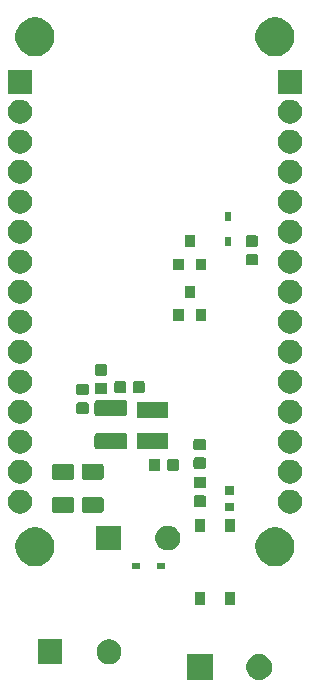
<source format=gts>
G04 #@! TF.GenerationSoftware,KiCad,Pcbnew,5.1.5+dfsg1-2build2*
G04 #@! TF.CreationDate,2022-11-05T00:29:27+01:00*
G04 #@! TF.ProjectId,MBus_to_radio,4d427573-5f74-46f5-9f72-6164696f2e6b,rev?*
G04 #@! TF.SameCoordinates,Original*
G04 #@! TF.FileFunction,Soldermask,Top*
G04 #@! TF.FilePolarity,Negative*
%FSLAX46Y46*%
G04 Gerber Fmt 4.6, Leading zero omitted, Abs format (unit mm)*
G04 Created by KiCad (PCBNEW 5.1.5+dfsg1-2build2) date 2022-11-05 00:29:27*
%MOMM*%
%LPD*%
G04 APERTURE LIST*
%ADD10C,0.100000*%
G04 APERTURE END LIST*
D10*
G36*
X118244794Y-110680155D02*
G01*
X118351150Y-110701311D01*
X118451334Y-110742809D01*
X118551520Y-110784307D01*
X118731844Y-110904795D01*
X118885205Y-111058156D01*
X119005693Y-111238480D01*
X119005693Y-111238481D01*
X119081455Y-111421385D01*
X119088689Y-111438851D01*
X119131000Y-111651560D01*
X119131000Y-111868440D01*
X119088689Y-112081149D01*
X119005693Y-112281520D01*
X118885205Y-112461844D01*
X118731844Y-112615205D01*
X118551520Y-112735693D01*
X118451334Y-112777191D01*
X118351150Y-112818689D01*
X118244795Y-112839844D01*
X118138440Y-112861000D01*
X117921560Y-112861000D01*
X117815205Y-112839844D01*
X117708850Y-112818689D01*
X117608666Y-112777191D01*
X117508480Y-112735693D01*
X117328156Y-112615205D01*
X117174795Y-112461844D01*
X117054307Y-112281520D01*
X116971311Y-112081149D01*
X116929000Y-111868440D01*
X116929000Y-111651560D01*
X116971311Y-111438851D01*
X116978546Y-111421385D01*
X117054307Y-111238481D01*
X117054307Y-111238480D01*
X117174795Y-111058156D01*
X117328156Y-110904795D01*
X117508480Y-110784307D01*
X117608666Y-110742809D01*
X117708850Y-110701311D01*
X117815206Y-110680155D01*
X117921560Y-110659000D01*
X118138440Y-110659000D01*
X118244794Y-110680155D01*
G37*
G36*
X114131000Y-112861000D02*
G01*
X111929000Y-112861000D01*
X111929000Y-110659000D01*
X114131000Y-110659000D01*
X114131000Y-112861000D01*
G37*
G36*
X101381000Y-111541000D02*
G01*
X99279000Y-111541000D01*
X99279000Y-109439000D01*
X101381000Y-109439000D01*
X101381000Y-111541000D01*
G37*
G36*
X105636564Y-109479389D02*
G01*
X105827833Y-109558615D01*
X105827835Y-109558616D01*
X105999973Y-109673635D01*
X106146365Y-109820027D01*
X106261385Y-109992167D01*
X106340611Y-110183436D01*
X106381000Y-110386484D01*
X106381000Y-110593516D01*
X106340611Y-110796564D01*
X106295780Y-110904795D01*
X106261384Y-110987835D01*
X106146365Y-111159973D01*
X105999973Y-111306365D01*
X105827835Y-111421384D01*
X105827834Y-111421385D01*
X105827833Y-111421385D01*
X105636564Y-111500611D01*
X105433516Y-111541000D01*
X105226484Y-111541000D01*
X105023436Y-111500611D01*
X104832167Y-111421385D01*
X104832166Y-111421385D01*
X104832165Y-111421384D01*
X104660027Y-111306365D01*
X104513635Y-111159973D01*
X104398616Y-110987835D01*
X104364220Y-110904795D01*
X104319389Y-110796564D01*
X104279000Y-110593516D01*
X104279000Y-110386484D01*
X104319389Y-110183436D01*
X104398615Y-109992167D01*
X104513635Y-109820027D01*
X104660027Y-109673635D01*
X104832165Y-109558616D01*
X104832167Y-109558615D01*
X105023436Y-109479389D01*
X105226484Y-109439000D01*
X105433516Y-109439000D01*
X105636564Y-109479389D01*
G37*
G36*
X116021000Y-106496000D02*
G01*
X115119000Y-106496000D01*
X115119000Y-105394000D01*
X116021000Y-105394000D01*
X116021000Y-106496000D01*
G37*
G36*
X113481000Y-106496000D02*
G01*
X112579000Y-106496000D01*
X112579000Y-105394000D01*
X113481000Y-105394000D01*
X113481000Y-106496000D01*
G37*
G36*
X110062200Y-103514300D02*
G01*
X109360200Y-103514300D01*
X109360200Y-102962300D01*
X110062200Y-102962300D01*
X110062200Y-103514300D01*
G37*
G36*
X107962200Y-103514300D02*
G01*
X107260200Y-103514300D01*
X107260200Y-102962300D01*
X107962200Y-102962300D01*
X107962200Y-103514300D01*
G37*
G36*
X119755256Y-99991298D02*
G01*
X119861579Y-100012447D01*
X120162042Y-100136903D01*
X120432451Y-100317585D01*
X120662415Y-100547549D01*
X120843097Y-100817958D01*
X120967553Y-101118421D01*
X120988702Y-101224744D01*
X121031000Y-101437389D01*
X121031000Y-101762611D01*
X121027126Y-101782085D01*
X120967553Y-102081579D01*
X120843097Y-102382042D01*
X120662415Y-102652451D01*
X120432451Y-102882415D01*
X120162042Y-103063097D01*
X119861579Y-103187553D01*
X119755256Y-103208702D01*
X119542611Y-103251000D01*
X119217389Y-103251000D01*
X119004744Y-103208702D01*
X118898421Y-103187553D01*
X118597958Y-103063097D01*
X118327549Y-102882415D01*
X118097585Y-102652451D01*
X117916903Y-102382042D01*
X117792447Y-102081579D01*
X117732874Y-101782085D01*
X117729000Y-101762611D01*
X117729000Y-101437389D01*
X117771298Y-101224744D01*
X117792447Y-101118421D01*
X117916903Y-100817958D01*
X118097585Y-100547549D01*
X118327549Y-100317585D01*
X118597958Y-100136903D01*
X118898421Y-100012447D01*
X119004744Y-99991298D01*
X119217389Y-99949000D01*
X119542611Y-99949000D01*
X119755256Y-99991298D01*
G37*
G36*
X99435256Y-99991298D02*
G01*
X99541579Y-100012447D01*
X99842042Y-100136903D01*
X100112451Y-100317585D01*
X100342415Y-100547549D01*
X100523097Y-100817958D01*
X100647553Y-101118421D01*
X100668702Y-101224744D01*
X100711000Y-101437389D01*
X100711000Y-101762611D01*
X100707126Y-101782085D01*
X100647553Y-102081579D01*
X100523097Y-102382042D01*
X100342415Y-102652451D01*
X100112451Y-102882415D01*
X99842042Y-103063097D01*
X99541579Y-103187553D01*
X99435256Y-103208702D01*
X99222611Y-103251000D01*
X98897389Y-103251000D01*
X98684744Y-103208702D01*
X98578421Y-103187553D01*
X98277958Y-103063097D01*
X98007549Y-102882415D01*
X97777585Y-102652451D01*
X97596903Y-102382042D01*
X97472447Y-102081579D01*
X97412874Y-101782085D01*
X97409000Y-101762611D01*
X97409000Y-101437389D01*
X97451298Y-101224744D01*
X97472447Y-101118421D01*
X97596903Y-100817958D01*
X97777585Y-100547549D01*
X98007549Y-100317585D01*
X98277958Y-100136903D01*
X98578421Y-100012447D01*
X98684744Y-99991298D01*
X98897389Y-99949000D01*
X99222611Y-99949000D01*
X99435256Y-99991298D01*
G37*
G36*
X110602264Y-99840089D02*
G01*
X110793533Y-99919315D01*
X110793535Y-99919316D01*
X110965673Y-100034335D01*
X111112065Y-100180727D01*
X111203511Y-100317585D01*
X111227085Y-100352867D01*
X111306311Y-100544136D01*
X111346700Y-100747184D01*
X111346700Y-100954216D01*
X111306311Y-101157264D01*
X111227085Y-101348533D01*
X111227084Y-101348535D01*
X111112065Y-101520673D01*
X110965673Y-101667065D01*
X110793535Y-101782084D01*
X110793534Y-101782085D01*
X110793533Y-101782085D01*
X110602264Y-101861311D01*
X110399216Y-101901700D01*
X110192184Y-101901700D01*
X109989136Y-101861311D01*
X109797867Y-101782085D01*
X109797866Y-101782085D01*
X109797865Y-101782084D01*
X109625727Y-101667065D01*
X109479335Y-101520673D01*
X109364316Y-101348535D01*
X109364315Y-101348533D01*
X109285089Y-101157264D01*
X109244700Y-100954216D01*
X109244700Y-100747184D01*
X109285089Y-100544136D01*
X109364315Y-100352867D01*
X109387890Y-100317585D01*
X109479335Y-100180727D01*
X109625727Y-100034335D01*
X109797865Y-99919316D01*
X109797867Y-99919315D01*
X109989136Y-99840089D01*
X110192184Y-99799700D01*
X110399216Y-99799700D01*
X110602264Y-99840089D01*
G37*
G36*
X106346700Y-101901700D02*
G01*
X104244700Y-101901700D01*
X104244700Y-99799700D01*
X106346700Y-99799700D01*
X106346700Y-101901700D01*
G37*
G36*
X113481000Y-100346000D02*
G01*
X112579000Y-100346000D01*
X112579000Y-99244000D01*
X113481000Y-99244000D01*
X113481000Y-100346000D01*
G37*
G36*
X116021000Y-100346000D02*
G01*
X115119000Y-100346000D01*
X115119000Y-99244000D01*
X116021000Y-99244000D01*
X116021000Y-100346000D01*
G37*
G36*
X120880926Y-96800029D02*
G01*
X120946356Y-96813044D01*
X121131256Y-96889632D01*
X121297662Y-97000821D01*
X121439179Y-97142338D01*
X121550368Y-97308744D01*
X121626956Y-97493644D01*
X121666000Y-97689933D01*
X121666000Y-97890067D01*
X121626956Y-98086356D01*
X121550368Y-98271256D01*
X121439179Y-98437662D01*
X121297662Y-98579179D01*
X121131256Y-98690368D01*
X120946356Y-98766956D01*
X120880926Y-98779971D01*
X120750069Y-98806000D01*
X120549931Y-98806000D01*
X120419074Y-98779971D01*
X120353644Y-98766956D01*
X120168744Y-98690368D01*
X120002338Y-98579179D01*
X119860821Y-98437662D01*
X119749632Y-98271256D01*
X119673044Y-98086356D01*
X119634000Y-97890067D01*
X119634000Y-97689933D01*
X119673044Y-97493644D01*
X119749632Y-97308744D01*
X119860821Y-97142338D01*
X120002338Y-97000821D01*
X120168744Y-96889632D01*
X120353644Y-96813044D01*
X120419074Y-96800029D01*
X120549931Y-96774000D01*
X120750069Y-96774000D01*
X120880926Y-96800029D01*
G37*
G36*
X98020926Y-96800029D02*
G01*
X98086356Y-96813044D01*
X98271256Y-96889632D01*
X98437662Y-97000821D01*
X98579179Y-97142338D01*
X98690368Y-97308744D01*
X98766956Y-97493644D01*
X98806000Y-97689933D01*
X98806000Y-97890067D01*
X98766956Y-98086356D01*
X98690368Y-98271256D01*
X98579179Y-98437662D01*
X98437662Y-98579179D01*
X98271256Y-98690368D01*
X98086356Y-98766956D01*
X98020926Y-98779971D01*
X97890069Y-98806000D01*
X97689931Y-98806000D01*
X97559074Y-98779971D01*
X97493644Y-98766956D01*
X97308744Y-98690368D01*
X97142338Y-98579179D01*
X97000821Y-98437662D01*
X96889632Y-98271256D01*
X96813044Y-98086356D01*
X96774000Y-97890067D01*
X96774000Y-97689933D01*
X96813044Y-97493644D01*
X96889632Y-97308744D01*
X97000821Y-97142338D01*
X97142338Y-97000821D01*
X97308744Y-96889632D01*
X97493644Y-96813044D01*
X97559074Y-96800029D01*
X97689931Y-96774000D01*
X97890069Y-96774000D01*
X98020926Y-96800029D01*
G37*
G36*
X104705404Y-97372347D02*
G01*
X104741944Y-97383432D01*
X104775621Y-97401433D01*
X104805141Y-97425659D01*
X104829367Y-97455179D01*
X104847368Y-97488856D01*
X104858453Y-97525396D01*
X104862800Y-97569538D01*
X104862800Y-98518462D01*
X104858453Y-98562604D01*
X104847368Y-98599144D01*
X104829367Y-98632821D01*
X104805141Y-98662341D01*
X104775621Y-98686567D01*
X104741944Y-98704568D01*
X104705404Y-98715653D01*
X104661262Y-98720000D01*
X103212338Y-98720000D01*
X103168196Y-98715653D01*
X103131656Y-98704568D01*
X103097979Y-98686567D01*
X103068459Y-98662341D01*
X103044233Y-98632821D01*
X103026232Y-98599144D01*
X103015147Y-98562604D01*
X103010800Y-98518462D01*
X103010800Y-97569538D01*
X103015147Y-97525396D01*
X103026232Y-97488856D01*
X103044233Y-97455179D01*
X103068459Y-97425659D01*
X103097979Y-97401433D01*
X103131656Y-97383432D01*
X103168196Y-97372347D01*
X103212338Y-97368000D01*
X104661262Y-97368000D01*
X104705404Y-97372347D01*
G37*
G36*
X102190804Y-97372347D02*
G01*
X102227344Y-97383432D01*
X102261021Y-97401433D01*
X102290541Y-97425659D01*
X102314767Y-97455179D01*
X102332768Y-97488856D01*
X102343853Y-97525396D01*
X102348200Y-97569538D01*
X102348200Y-98518462D01*
X102343853Y-98562604D01*
X102332768Y-98599144D01*
X102314767Y-98632821D01*
X102290541Y-98662341D01*
X102261021Y-98686567D01*
X102227344Y-98704568D01*
X102190804Y-98715653D01*
X102146662Y-98720000D01*
X100697738Y-98720000D01*
X100653596Y-98715653D01*
X100617056Y-98704568D01*
X100583379Y-98686567D01*
X100553859Y-98662341D01*
X100529633Y-98632821D01*
X100511632Y-98599144D01*
X100500547Y-98562604D01*
X100496200Y-98518462D01*
X100496200Y-97569538D01*
X100500547Y-97525396D01*
X100511632Y-97488856D01*
X100529633Y-97455179D01*
X100553859Y-97425659D01*
X100583379Y-97401433D01*
X100617056Y-97383432D01*
X100653596Y-97372347D01*
X100697738Y-97368000D01*
X102146662Y-97368000D01*
X102190804Y-97372347D01*
G37*
G36*
X115945600Y-98572800D02*
G01*
X115143600Y-98572800D01*
X115143600Y-97870800D01*
X115945600Y-97870800D01*
X115945600Y-98572800D01*
G37*
G36*
X113409591Y-97254785D02*
G01*
X113443569Y-97265093D01*
X113474890Y-97281834D01*
X113502339Y-97304361D01*
X113524866Y-97331810D01*
X113541607Y-97363131D01*
X113551915Y-97397109D01*
X113556000Y-97438590D01*
X113556000Y-98039810D01*
X113551915Y-98081291D01*
X113541607Y-98115269D01*
X113524866Y-98146590D01*
X113502339Y-98174039D01*
X113474890Y-98196566D01*
X113443569Y-98213307D01*
X113409591Y-98223615D01*
X113368110Y-98227700D01*
X112691890Y-98227700D01*
X112650409Y-98223615D01*
X112616431Y-98213307D01*
X112585110Y-98196566D01*
X112557661Y-98174039D01*
X112535134Y-98146590D01*
X112518393Y-98115269D01*
X112508085Y-98081291D01*
X112504000Y-98039810D01*
X112504000Y-97438590D01*
X112508085Y-97397109D01*
X112518393Y-97363131D01*
X112535134Y-97331810D01*
X112557661Y-97304361D01*
X112585110Y-97281834D01*
X112616431Y-97265093D01*
X112650409Y-97254785D01*
X112691890Y-97250700D01*
X113368110Y-97250700D01*
X113409591Y-97254785D01*
G37*
G36*
X115945600Y-97172800D02*
G01*
X115143600Y-97172800D01*
X115143600Y-96470800D01*
X115945600Y-96470800D01*
X115945600Y-97172800D01*
G37*
G36*
X113409591Y-95679785D02*
G01*
X113443569Y-95690093D01*
X113474890Y-95706834D01*
X113502339Y-95729361D01*
X113524866Y-95756810D01*
X113541607Y-95788131D01*
X113551915Y-95822109D01*
X113556000Y-95863590D01*
X113556000Y-96464810D01*
X113551915Y-96506291D01*
X113541607Y-96540269D01*
X113524866Y-96571590D01*
X113502339Y-96599039D01*
X113474890Y-96621566D01*
X113443569Y-96638307D01*
X113409591Y-96648615D01*
X113368110Y-96652700D01*
X112691890Y-96652700D01*
X112650409Y-96648615D01*
X112616431Y-96638307D01*
X112585110Y-96621566D01*
X112557661Y-96599039D01*
X112535134Y-96571590D01*
X112518393Y-96540269D01*
X112508085Y-96506291D01*
X112504000Y-96464810D01*
X112504000Y-95863590D01*
X112508085Y-95822109D01*
X112518393Y-95788131D01*
X112535134Y-95756810D01*
X112557661Y-95729361D01*
X112585110Y-95706834D01*
X112616431Y-95690093D01*
X112650409Y-95679785D01*
X112691890Y-95675700D01*
X113368110Y-95675700D01*
X113409591Y-95679785D01*
G37*
G36*
X120880926Y-94260029D02*
G01*
X120946356Y-94273044D01*
X121131256Y-94349632D01*
X121297662Y-94460821D01*
X121439179Y-94602338D01*
X121550368Y-94768744D01*
X121626956Y-94953644D01*
X121630362Y-94970766D01*
X121645206Y-95045391D01*
X121666000Y-95149933D01*
X121666000Y-95350067D01*
X121626956Y-95546356D01*
X121550368Y-95731256D01*
X121439179Y-95897662D01*
X121297662Y-96039179D01*
X121131256Y-96150368D01*
X120946356Y-96226956D01*
X120880926Y-96239971D01*
X120750069Y-96266000D01*
X120549931Y-96266000D01*
X120419074Y-96239971D01*
X120353644Y-96226956D01*
X120168744Y-96150368D01*
X120002338Y-96039179D01*
X119860821Y-95897662D01*
X119749632Y-95731256D01*
X119673044Y-95546356D01*
X119634000Y-95350067D01*
X119634000Y-95149933D01*
X119654795Y-95045391D01*
X119669638Y-94970766D01*
X119673044Y-94953644D01*
X119749632Y-94768744D01*
X119860821Y-94602338D01*
X120002338Y-94460821D01*
X120168744Y-94349632D01*
X120353644Y-94273044D01*
X120419074Y-94260029D01*
X120549931Y-94234000D01*
X120750069Y-94234000D01*
X120880926Y-94260029D01*
G37*
G36*
X98020926Y-94260029D02*
G01*
X98086356Y-94273044D01*
X98271256Y-94349632D01*
X98437662Y-94460821D01*
X98579179Y-94602338D01*
X98690368Y-94768744D01*
X98766956Y-94953644D01*
X98770362Y-94970766D01*
X98785206Y-95045391D01*
X98806000Y-95149933D01*
X98806000Y-95350067D01*
X98766956Y-95546356D01*
X98690368Y-95731256D01*
X98579179Y-95897662D01*
X98437662Y-96039179D01*
X98271256Y-96150368D01*
X98086356Y-96226956D01*
X98020926Y-96239971D01*
X97890069Y-96266000D01*
X97689931Y-96266000D01*
X97559074Y-96239971D01*
X97493644Y-96226956D01*
X97308744Y-96150368D01*
X97142338Y-96039179D01*
X97000821Y-95897662D01*
X96889632Y-95731256D01*
X96813044Y-95546356D01*
X96774000Y-95350067D01*
X96774000Y-95149933D01*
X96794795Y-95045391D01*
X96809638Y-94970766D01*
X96813044Y-94953644D01*
X96889632Y-94768744D01*
X97000821Y-94602338D01*
X97142338Y-94460821D01*
X97308744Y-94349632D01*
X97493644Y-94273044D01*
X97559074Y-94260029D01*
X97689931Y-94234000D01*
X97890069Y-94234000D01*
X98020926Y-94260029D01*
G37*
G36*
X104705404Y-94572347D02*
G01*
X104741944Y-94583432D01*
X104775621Y-94601433D01*
X104805141Y-94625659D01*
X104829367Y-94655179D01*
X104847368Y-94688856D01*
X104858453Y-94725396D01*
X104862800Y-94769538D01*
X104862800Y-95718462D01*
X104858453Y-95762604D01*
X104847368Y-95799144D01*
X104829367Y-95832821D01*
X104805141Y-95862341D01*
X104775621Y-95886567D01*
X104741944Y-95904568D01*
X104705404Y-95915653D01*
X104661262Y-95920000D01*
X103212338Y-95920000D01*
X103168196Y-95915653D01*
X103131656Y-95904568D01*
X103097979Y-95886567D01*
X103068459Y-95862341D01*
X103044233Y-95832821D01*
X103026232Y-95799144D01*
X103015147Y-95762604D01*
X103010800Y-95718462D01*
X103010800Y-94769538D01*
X103015147Y-94725396D01*
X103026232Y-94688856D01*
X103044233Y-94655179D01*
X103068459Y-94625659D01*
X103097979Y-94601433D01*
X103131656Y-94583432D01*
X103168196Y-94572347D01*
X103212338Y-94568000D01*
X104661262Y-94568000D01*
X104705404Y-94572347D01*
G37*
G36*
X102190804Y-94572347D02*
G01*
X102227344Y-94583432D01*
X102261021Y-94601433D01*
X102290541Y-94625659D01*
X102314767Y-94655179D01*
X102332768Y-94688856D01*
X102343853Y-94725396D01*
X102348200Y-94769538D01*
X102348200Y-95718462D01*
X102343853Y-95762604D01*
X102332768Y-95799144D01*
X102314767Y-95832821D01*
X102290541Y-95862341D01*
X102261021Y-95886567D01*
X102227344Y-95904568D01*
X102190804Y-95915653D01*
X102146662Y-95920000D01*
X100697738Y-95920000D01*
X100653596Y-95915653D01*
X100617056Y-95904568D01*
X100583379Y-95886567D01*
X100553859Y-95862341D01*
X100529633Y-95832821D01*
X100511632Y-95799144D01*
X100500547Y-95762604D01*
X100496200Y-95718462D01*
X100496200Y-94769538D01*
X100500547Y-94725396D01*
X100511632Y-94688856D01*
X100529633Y-94655179D01*
X100553859Y-94625659D01*
X100583379Y-94601433D01*
X100617056Y-94583432D01*
X100653596Y-94572347D01*
X100697738Y-94568000D01*
X102146662Y-94568000D01*
X102190804Y-94572347D01*
G37*
G36*
X109523991Y-94143885D02*
G01*
X109557969Y-94154193D01*
X109589290Y-94170934D01*
X109616739Y-94193461D01*
X109639266Y-94220910D01*
X109656007Y-94252231D01*
X109666315Y-94286209D01*
X109670400Y-94327690D01*
X109670400Y-95003910D01*
X109666315Y-95045391D01*
X109656007Y-95079369D01*
X109639266Y-95110690D01*
X109616739Y-95138139D01*
X109589290Y-95160666D01*
X109557969Y-95177407D01*
X109523991Y-95187715D01*
X109482510Y-95191800D01*
X108881290Y-95191800D01*
X108839809Y-95187715D01*
X108805831Y-95177407D01*
X108774510Y-95160666D01*
X108747061Y-95138139D01*
X108724534Y-95110690D01*
X108707793Y-95079369D01*
X108697485Y-95045391D01*
X108693400Y-95003910D01*
X108693400Y-94327690D01*
X108697485Y-94286209D01*
X108707793Y-94252231D01*
X108724534Y-94220910D01*
X108747061Y-94193461D01*
X108774510Y-94170934D01*
X108805831Y-94154193D01*
X108839809Y-94143885D01*
X108881290Y-94139800D01*
X109482510Y-94139800D01*
X109523991Y-94143885D01*
G37*
G36*
X111098991Y-94143885D02*
G01*
X111132969Y-94154193D01*
X111164290Y-94170934D01*
X111191739Y-94193461D01*
X111214266Y-94220910D01*
X111231007Y-94252231D01*
X111241315Y-94286209D01*
X111245400Y-94327690D01*
X111245400Y-95003910D01*
X111241315Y-95045391D01*
X111231007Y-95079369D01*
X111214266Y-95110690D01*
X111191739Y-95138139D01*
X111164290Y-95160666D01*
X111132969Y-95177407D01*
X111098991Y-95187715D01*
X111057510Y-95191800D01*
X110456290Y-95191800D01*
X110414809Y-95187715D01*
X110380831Y-95177407D01*
X110349510Y-95160666D01*
X110322061Y-95138139D01*
X110299534Y-95110690D01*
X110282793Y-95079369D01*
X110272485Y-95045391D01*
X110268400Y-95003910D01*
X110268400Y-94327690D01*
X110272485Y-94286209D01*
X110282793Y-94252231D01*
X110299534Y-94220910D01*
X110322061Y-94193461D01*
X110349510Y-94170934D01*
X110380831Y-94154193D01*
X110414809Y-94143885D01*
X110456290Y-94139800D01*
X111057510Y-94139800D01*
X111098991Y-94143885D01*
G37*
G36*
X113384191Y-94028985D02*
G01*
X113418169Y-94039293D01*
X113449490Y-94056034D01*
X113476939Y-94078561D01*
X113499466Y-94106010D01*
X113516207Y-94137331D01*
X113526515Y-94171309D01*
X113530600Y-94212790D01*
X113530600Y-94814010D01*
X113526515Y-94855491D01*
X113516207Y-94889469D01*
X113499466Y-94920790D01*
X113476939Y-94948239D01*
X113449490Y-94970766D01*
X113418169Y-94987507D01*
X113384191Y-94997815D01*
X113342710Y-95001900D01*
X112666490Y-95001900D01*
X112625009Y-94997815D01*
X112591031Y-94987507D01*
X112559710Y-94970766D01*
X112532261Y-94948239D01*
X112509734Y-94920790D01*
X112492993Y-94889469D01*
X112482685Y-94855491D01*
X112478600Y-94814010D01*
X112478600Y-94212790D01*
X112482685Y-94171309D01*
X112492993Y-94137331D01*
X112509734Y-94106010D01*
X112532261Y-94078561D01*
X112559710Y-94056034D01*
X112591031Y-94039293D01*
X112625009Y-94028985D01*
X112666490Y-94024900D01*
X113342710Y-94024900D01*
X113384191Y-94028985D01*
G37*
G36*
X120880926Y-91720029D02*
G01*
X120946356Y-91733044D01*
X121131256Y-91809632D01*
X121297662Y-91920821D01*
X121439179Y-92062338D01*
X121550368Y-92228744D01*
X121626956Y-92413645D01*
X121664160Y-92600680D01*
X121666000Y-92609933D01*
X121666000Y-92810067D01*
X121626956Y-93006356D01*
X121550368Y-93191256D01*
X121439179Y-93357662D01*
X121297662Y-93499179D01*
X121131256Y-93610368D01*
X120946356Y-93686956D01*
X120880926Y-93699971D01*
X120750069Y-93726000D01*
X120549931Y-93726000D01*
X120419074Y-93699971D01*
X120353644Y-93686956D01*
X120168744Y-93610368D01*
X120002338Y-93499179D01*
X119860821Y-93357662D01*
X119749632Y-93191256D01*
X119673044Y-93006356D01*
X119634000Y-92810067D01*
X119634000Y-92609933D01*
X119635841Y-92600680D01*
X119673044Y-92413645D01*
X119749632Y-92228744D01*
X119860821Y-92062338D01*
X120002338Y-91920821D01*
X120168744Y-91809632D01*
X120353644Y-91733044D01*
X120419074Y-91720029D01*
X120549931Y-91694000D01*
X120750069Y-91694000D01*
X120880926Y-91720029D01*
G37*
G36*
X98020926Y-91720029D02*
G01*
X98086356Y-91733044D01*
X98271256Y-91809632D01*
X98437662Y-91920821D01*
X98579179Y-92062338D01*
X98690368Y-92228744D01*
X98766956Y-92413645D01*
X98804160Y-92600680D01*
X98806000Y-92609933D01*
X98806000Y-92810067D01*
X98766956Y-93006356D01*
X98690368Y-93191256D01*
X98579179Y-93357662D01*
X98437662Y-93499179D01*
X98271256Y-93610368D01*
X98086356Y-93686956D01*
X98020926Y-93699971D01*
X97890069Y-93726000D01*
X97689931Y-93726000D01*
X97559074Y-93699971D01*
X97493644Y-93686956D01*
X97308744Y-93610368D01*
X97142338Y-93499179D01*
X97000821Y-93357662D01*
X96889632Y-93191256D01*
X96813044Y-93006356D01*
X96774000Y-92810067D01*
X96774000Y-92609933D01*
X96775841Y-92600680D01*
X96813044Y-92413645D01*
X96889632Y-92228744D01*
X97000821Y-92062338D01*
X97142338Y-91920821D01*
X97308744Y-91809632D01*
X97493644Y-91733044D01*
X97559074Y-91720029D01*
X97689931Y-91694000D01*
X97890069Y-91694000D01*
X98020926Y-91720029D01*
G37*
G36*
X113384191Y-92453985D02*
G01*
X113418169Y-92464293D01*
X113449490Y-92481034D01*
X113476939Y-92503561D01*
X113499466Y-92531010D01*
X113516207Y-92562331D01*
X113526515Y-92596309D01*
X113530600Y-92637790D01*
X113530600Y-93239010D01*
X113526515Y-93280491D01*
X113516207Y-93314469D01*
X113499466Y-93345790D01*
X113476939Y-93373239D01*
X113449490Y-93395766D01*
X113418169Y-93412507D01*
X113384191Y-93422815D01*
X113342710Y-93426900D01*
X112666490Y-93426900D01*
X112625009Y-93422815D01*
X112591031Y-93412507D01*
X112559710Y-93395766D01*
X112532261Y-93373239D01*
X112509734Y-93345790D01*
X112492993Y-93314469D01*
X112482685Y-93280491D01*
X112478600Y-93239010D01*
X112478600Y-92637790D01*
X112482685Y-92596309D01*
X112492993Y-92562331D01*
X112509734Y-92531010D01*
X112532261Y-92503561D01*
X112559710Y-92481034D01*
X112591031Y-92464293D01*
X112625009Y-92453985D01*
X112666490Y-92449900D01*
X113342710Y-92449900D01*
X113384191Y-92453985D01*
G37*
G36*
X106692104Y-91987547D02*
G01*
X106728644Y-91998632D01*
X106762321Y-92016633D01*
X106791841Y-92040859D01*
X106816067Y-92070379D01*
X106834068Y-92104056D01*
X106845153Y-92140596D01*
X106849500Y-92184738D01*
X106849500Y-93133662D01*
X106845153Y-93177804D01*
X106834068Y-93214344D01*
X106816067Y-93248021D01*
X106791841Y-93277541D01*
X106762321Y-93301767D01*
X106728644Y-93319768D01*
X106692104Y-93330853D01*
X106647962Y-93335200D01*
X104299038Y-93335200D01*
X104254896Y-93330853D01*
X104218356Y-93319768D01*
X104184679Y-93301767D01*
X104155159Y-93277541D01*
X104130933Y-93248021D01*
X104112932Y-93214344D01*
X104101847Y-93177804D01*
X104097500Y-93133662D01*
X104097500Y-92184738D01*
X104101847Y-92140596D01*
X104112932Y-92104056D01*
X104130933Y-92070379D01*
X104155159Y-92040859D01*
X104184679Y-92016633D01*
X104218356Y-91998632D01*
X104254896Y-91987547D01*
X104299038Y-91983200D01*
X106647962Y-91983200D01*
X106692104Y-91987547D01*
G37*
G36*
X110317400Y-93298600D02*
G01*
X107665400Y-93298600D01*
X107665400Y-91976600D01*
X110317400Y-91976600D01*
X110317400Y-93298600D01*
G37*
G36*
X120880926Y-89180029D02*
G01*
X120946356Y-89193044D01*
X121131256Y-89269632D01*
X121297662Y-89380821D01*
X121439179Y-89522338D01*
X121550368Y-89688744D01*
X121626956Y-89873645D01*
X121666000Y-90069931D01*
X121666000Y-90270069D01*
X121653350Y-90333662D01*
X121626956Y-90466356D01*
X121550368Y-90651256D01*
X121439179Y-90817662D01*
X121297662Y-90959179D01*
X121131256Y-91070368D01*
X120946356Y-91146956D01*
X120880926Y-91159971D01*
X120750069Y-91186000D01*
X120549931Y-91186000D01*
X120419074Y-91159971D01*
X120353644Y-91146956D01*
X120168744Y-91070368D01*
X120002338Y-90959179D01*
X119860821Y-90817662D01*
X119749632Y-90651256D01*
X119673044Y-90466356D01*
X119646650Y-90333662D01*
X119634000Y-90270069D01*
X119634000Y-90069931D01*
X119673044Y-89873645D01*
X119749632Y-89688744D01*
X119860821Y-89522338D01*
X120002338Y-89380821D01*
X120168744Y-89269632D01*
X120353644Y-89193044D01*
X120419074Y-89180029D01*
X120549931Y-89154000D01*
X120750069Y-89154000D01*
X120880926Y-89180029D01*
G37*
G36*
X98020926Y-89180029D02*
G01*
X98086356Y-89193044D01*
X98271256Y-89269632D01*
X98437662Y-89380821D01*
X98579179Y-89522338D01*
X98690368Y-89688744D01*
X98766956Y-89873645D01*
X98806000Y-90069931D01*
X98806000Y-90270069D01*
X98793350Y-90333662D01*
X98766956Y-90466356D01*
X98690368Y-90651256D01*
X98579179Y-90817662D01*
X98437662Y-90959179D01*
X98271256Y-91070368D01*
X98086356Y-91146956D01*
X98020926Y-91159971D01*
X97890069Y-91186000D01*
X97689931Y-91186000D01*
X97559074Y-91159971D01*
X97493644Y-91146956D01*
X97308744Y-91070368D01*
X97142338Y-90959179D01*
X97000821Y-90817662D01*
X96889632Y-90651256D01*
X96813044Y-90466356D01*
X96786650Y-90333662D01*
X96774000Y-90270069D01*
X96774000Y-90069931D01*
X96813044Y-89873645D01*
X96889632Y-89688744D01*
X97000821Y-89522338D01*
X97142338Y-89380821D01*
X97308744Y-89269632D01*
X97493644Y-89193044D01*
X97559074Y-89180029D01*
X97689931Y-89154000D01*
X97890069Y-89154000D01*
X98020926Y-89180029D01*
G37*
G36*
X110317400Y-90678600D02*
G01*
X107665400Y-90678600D01*
X107665400Y-89356600D01*
X110317400Y-89356600D01*
X110317400Y-90678600D01*
G37*
G36*
X106692104Y-89187547D02*
G01*
X106728644Y-89198632D01*
X106762321Y-89216633D01*
X106791841Y-89240859D01*
X106816067Y-89270379D01*
X106834068Y-89304056D01*
X106845153Y-89340596D01*
X106849500Y-89384738D01*
X106849500Y-90333662D01*
X106845153Y-90377804D01*
X106834068Y-90414344D01*
X106816067Y-90448021D01*
X106791841Y-90477541D01*
X106762321Y-90501767D01*
X106728644Y-90519768D01*
X106692104Y-90530853D01*
X106647962Y-90535200D01*
X104299038Y-90535200D01*
X104254896Y-90530853D01*
X104218356Y-90519768D01*
X104184679Y-90501767D01*
X104155159Y-90477541D01*
X104130933Y-90448021D01*
X104112932Y-90414344D01*
X104101847Y-90377804D01*
X104097500Y-90333662D01*
X104097500Y-89384738D01*
X104101847Y-89340596D01*
X104112932Y-89304056D01*
X104130933Y-89270379D01*
X104155159Y-89240859D01*
X104184679Y-89216633D01*
X104218356Y-89198632D01*
X104254896Y-89187547D01*
X104299038Y-89183200D01*
X106647962Y-89183200D01*
X106692104Y-89187547D01*
G37*
G36*
X103465491Y-89380885D02*
G01*
X103499469Y-89391193D01*
X103530790Y-89407934D01*
X103558239Y-89430461D01*
X103580766Y-89457910D01*
X103597507Y-89489231D01*
X103607815Y-89523209D01*
X103611900Y-89564690D01*
X103611900Y-90165910D01*
X103607815Y-90207391D01*
X103597507Y-90241369D01*
X103580766Y-90272690D01*
X103558239Y-90300139D01*
X103530790Y-90322666D01*
X103499469Y-90339407D01*
X103465491Y-90349715D01*
X103424010Y-90353800D01*
X102747790Y-90353800D01*
X102706309Y-90349715D01*
X102672331Y-90339407D01*
X102641010Y-90322666D01*
X102613561Y-90300139D01*
X102591034Y-90272690D01*
X102574293Y-90241369D01*
X102563985Y-90207391D01*
X102559900Y-90165910D01*
X102559900Y-89564690D01*
X102563985Y-89523209D01*
X102574293Y-89489231D01*
X102591034Y-89457910D01*
X102613561Y-89430461D01*
X102641010Y-89407934D01*
X102672331Y-89391193D01*
X102706309Y-89380885D01*
X102747790Y-89376800D01*
X103424010Y-89376800D01*
X103465491Y-89380885D01*
G37*
G36*
X103465491Y-87805885D02*
G01*
X103499469Y-87816193D01*
X103530790Y-87832934D01*
X103558239Y-87855461D01*
X103580766Y-87882910D01*
X103597507Y-87914231D01*
X103607815Y-87948209D01*
X103611900Y-87989690D01*
X103611900Y-88590910D01*
X103607815Y-88632391D01*
X103597507Y-88666369D01*
X103580766Y-88697690D01*
X103558239Y-88725139D01*
X103530790Y-88747666D01*
X103499469Y-88764407D01*
X103465491Y-88774715D01*
X103424010Y-88778800D01*
X102747790Y-88778800D01*
X102706309Y-88774715D01*
X102672331Y-88764407D01*
X102641010Y-88747666D01*
X102613561Y-88725139D01*
X102591034Y-88697690D01*
X102574293Y-88666369D01*
X102563985Y-88632391D01*
X102559900Y-88590910D01*
X102559900Y-87989690D01*
X102563985Y-87948209D01*
X102574293Y-87914231D01*
X102591034Y-87882910D01*
X102613561Y-87855461D01*
X102641010Y-87832934D01*
X102672331Y-87816193D01*
X102706309Y-87805885D01*
X102747790Y-87801800D01*
X103424010Y-87801800D01*
X103465491Y-87805885D01*
G37*
G36*
X105027591Y-87704585D02*
G01*
X105061569Y-87714893D01*
X105092890Y-87731634D01*
X105120339Y-87754161D01*
X105142866Y-87781610D01*
X105159607Y-87812931D01*
X105169915Y-87846909D01*
X105174000Y-87888390D01*
X105174000Y-88489610D01*
X105169915Y-88531091D01*
X105159607Y-88565069D01*
X105142866Y-88596390D01*
X105120339Y-88623839D01*
X105092890Y-88646366D01*
X105061569Y-88663107D01*
X105027591Y-88673415D01*
X104986110Y-88677500D01*
X104309890Y-88677500D01*
X104268409Y-88673415D01*
X104234431Y-88663107D01*
X104203110Y-88646366D01*
X104175661Y-88623839D01*
X104153134Y-88596390D01*
X104136393Y-88565069D01*
X104126085Y-88531091D01*
X104122000Y-88489610D01*
X104122000Y-87888390D01*
X104126085Y-87846909D01*
X104136393Y-87812931D01*
X104153134Y-87781610D01*
X104175661Y-87754161D01*
X104203110Y-87731634D01*
X104234431Y-87714893D01*
X104268409Y-87704585D01*
X104309890Y-87700500D01*
X104986110Y-87700500D01*
X105027591Y-87704585D01*
G37*
G36*
X98020926Y-86640029D02*
G01*
X98086356Y-86653044D01*
X98271256Y-86729632D01*
X98437662Y-86840821D01*
X98579179Y-86982338D01*
X98690368Y-87148744D01*
X98766956Y-87333645D01*
X98806000Y-87529931D01*
X98806000Y-87730069D01*
X98785539Y-87832934D01*
X98766956Y-87926356D01*
X98690368Y-88111256D01*
X98579179Y-88277662D01*
X98437662Y-88419179D01*
X98271256Y-88530368D01*
X98086356Y-88606956D01*
X98054965Y-88613200D01*
X97890069Y-88646000D01*
X97689931Y-88646000D01*
X97525035Y-88613200D01*
X97493644Y-88606956D01*
X97308744Y-88530368D01*
X97142338Y-88419179D01*
X97000821Y-88277662D01*
X96889632Y-88111256D01*
X96813044Y-87926356D01*
X96794461Y-87832934D01*
X96774000Y-87730069D01*
X96774000Y-87529931D01*
X96813044Y-87333645D01*
X96889632Y-87148744D01*
X97000821Y-86982338D01*
X97142338Y-86840821D01*
X97308744Y-86729632D01*
X97493644Y-86653044D01*
X97559074Y-86640029D01*
X97689931Y-86614000D01*
X97890069Y-86614000D01*
X98020926Y-86640029D01*
G37*
G36*
X120880926Y-86640029D02*
G01*
X120946356Y-86653044D01*
X121131256Y-86729632D01*
X121297662Y-86840821D01*
X121439179Y-86982338D01*
X121550368Y-87148744D01*
X121626956Y-87333645D01*
X121666000Y-87529931D01*
X121666000Y-87730069D01*
X121645539Y-87832934D01*
X121626956Y-87926356D01*
X121550368Y-88111256D01*
X121439179Y-88277662D01*
X121297662Y-88419179D01*
X121131256Y-88530368D01*
X120946356Y-88606956D01*
X120914965Y-88613200D01*
X120750069Y-88646000D01*
X120549931Y-88646000D01*
X120385035Y-88613200D01*
X120353644Y-88606956D01*
X120168744Y-88530368D01*
X120002338Y-88419179D01*
X119860821Y-88277662D01*
X119749632Y-88111256D01*
X119673044Y-87926356D01*
X119654461Y-87832934D01*
X119634000Y-87730069D01*
X119634000Y-87529931D01*
X119673044Y-87333645D01*
X119749632Y-87148744D01*
X119860821Y-86982338D01*
X120002338Y-86840821D01*
X120168744Y-86729632D01*
X120353644Y-86653044D01*
X120419074Y-86640029D01*
X120549931Y-86614000D01*
X120750069Y-86614000D01*
X120880926Y-86640029D01*
G37*
G36*
X106615691Y-87565285D02*
G01*
X106649669Y-87575593D01*
X106680990Y-87592334D01*
X106708439Y-87614861D01*
X106730966Y-87642310D01*
X106747707Y-87673631D01*
X106758015Y-87707609D01*
X106762100Y-87749090D01*
X106762100Y-88425310D01*
X106758015Y-88466791D01*
X106747707Y-88500769D01*
X106730966Y-88532090D01*
X106708439Y-88559539D01*
X106680990Y-88582066D01*
X106649669Y-88598807D01*
X106615691Y-88609115D01*
X106574210Y-88613200D01*
X105972990Y-88613200D01*
X105931509Y-88609115D01*
X105897531Y-88598807D01*
X105866210Y-88582066D01*
X105838761Y-88559539D01*
X105816234Y-88532090D01*
X105799493Y-88500769D01*
X105789185Y-88466791D01*
X105785100Y-88425310D01*
X105785100Y-87749090D01*
X105789185Y-87707609D01*
X105799493Y-87673631D01*
X105816234Y-87642310D01*
X105838761Y-87614861D01*
X105866210Y-87592334D01*
X105897531Y-87575593D01*
X105931509Y-87565285D01*
X105972990Y-87561200D01*
X106574210Y-87561200D01*
X106615691Y-87565285D01*
G37*
G36*
X108190691Y-87565285D02*
G01*
X108224669Y-87575593D01*
X108255990Y-87592334D01*
X108283439Y-87614861D01*
X108305966Y-87642310D01*
X108322707Y-87673631D01*
X108333015Y-87707609D01*
X108337100Y-87749090D01*
X108337100Y-88425310D01*
X108333015Y-88466791D01*
X108322707Y-88500769D01*
X108305966Y-88532090D01*
X108283439Y-88559539D01*
X108255990Y-88582066D01*
X108224669Y-88598807D01*
X108190691Y-88609115D01*
X108149210Y-88613200D01*
X107547990Y-88613200D01*
X107506509Y-88609115D01*
X107472531Y-88598807D01*
X107441210Y-88582066D01*
X107413761Y-88559539D01*
X107391234Y-88532090D01*
X107374493Y-88500769D01*
X107364185Y-88466791D01*
X107360100Y-88425310D01*
X107360100Y-87749090D01*
X107364185Y-87707609D01*
X107374493Y-87673631D01*
X107391234Y-87642310D01*
X107413761Y-87614861D01*
X107441210Y-87592334D01*
X107472531Y-87575593D01*
X107506509Y-87565285D01*
X107547990Y-87561200D01*
X108149210Y-87561200D01*
X108190691Y-87565285D01*
G37*
G36*
X105027591Y-86129585D02*
G01*
X105061569Y-86139893D01*
X105092890Y-86156634D01*
X105120339Y-86179161D01*
X105142866Y-86206610D01*
X105159607Y-86237931D01*
X105169915Y-86271909D01*
X105174000Y-86313390D01*
X105174000Y-86914610D01*
X105169915Y-86956091D01*
X105159607Y-86990069D01*
X105142866Y-87021390D01*
X105120339Y-87048839D01*
X105092890Y-87071366D01*
X105061569Y-87088107D01*
X105027591Y-87098415D01*
X104986110Y-87102500D01*
X104309890Y-87102500D01*
X104268409Y-87098415D01*
X104234431Y-87088107D01*
X104203110Y-87071366D01*
X104175661Y-87048839D01*
X104153134Y-87021390D01*
X104136393Y-86990069D01*
X104126085Y-86956091D01*
X104122000Y-86914610D01*
X104122000Y-86313390D01*
X104126085Y-86271909D01*
X104136393Y-86237931D01*
X104153134Y-86206610D01*
X104175661Y-86179161D01*
X104203110Y-86156634D01*
X104234431Y-86139893D01*
X104268409Y-86129585D01*
X104309890Y-86125500D01*
X104986110Y-86125500D01*
X105027591Y-86129585D01*
G37*
G36*
X98020926Y-84100029D02*
G01*
X98086356Y-84113044D01*
X98271256Y-84189632D01*
X98437662Y-84300821D01*
X98579179Y-84442338D01*
X98690368Y-84608744D01*
X98766956Y-84793644D01*
X98806000Y-84989933D01*
X98806000Y-85190067D01*
X98766956Y-85386356D01*
X98690368Y-85571256D01*
X98579179Y-85737662D01*
X98437662Y-85879179D01*
X98271256Y-85990368D01*
X98086356Y-86066956D01*
X98020926Y-86079971D01*
X97890069Y-86106000D01*
X97689931Y-86106000D01*
X97559074Y-86079971D01*
X97493644Y-86066956D01*
X97308744Y-85990368D01*
X97142338Y-85879179D01*
X97000821Y-85737662D01*
X96889632Y-85571256D01*
X96813044Y-85386356D01*
X96774000Y-85190067D01*
X96774000Y-84989933D01*
X96813044Y-84793644D01*
X96889632Y-84608744D01*
X97000821Y-84442338D01*
X97142338Y-84300821D01*
X97308744Y-84189632D01*
X97493644Y-84113044D01*
X97559074Y-84100029D01*
X97689931Y-84074000D01*
X97890069Y-84074000D01*
X98020926Y-84100029D01*
G37*
G36*
X120880926Y-84100029D02*
G01*
X120946356Y-84113044D01*
X121131256Y-84189632D01*
X121297662Y-84300821D01*
X121439179Y-84442338D01*
X121550368Y-84608744D01*
X121626956Y-84793644D01*
X121666000Y-84989933D01*
X121666000Y-85190067D01*
X121626956Y-85386356D01*
X121550368Y-85571256D01*
X121439179Y-85737662D01*
X121297662Y-85879179D01*
X121131256Y-85990368D01*
X120946356Y-86066956D01*
X120880926Y-86079971D01*
X120750069Y-86106000D01*
X120549931Y-86106000D01*
X120419074Y-86079971D01*
X120353644Y-86066956D01*
X120168744Y-85990368D01*
X120002338Y-85879179D01*
X119860821Y-85737662D01*
X119749632Y-85571256D01*
X119673044Y-85386356D01*
X119634000Y-85190067D01*
X119634000Y-84989933D01*
X119673044Y-84793644D01*
X119749632Y-84608744D01*
X119860821Y-84442338D01*
X120002338Y-84300821D01*
X120168744Y-84189632D01*
X120353644Y-84113044D01*
X120419074Y-84100029D01*
X120549931Y-84074000D01*
X120750069Y-84074000D01*
X120880926Y-84100029D01*
G37*
G36*
X98020926Y-81560029D02*
G01*
X98086356Y-81573044D01*
X98271256Y-81649632D01*
X98437662Y-81760821D01*
X98579179Y-81902338D01*
X98690368Y-82068744D01*
X98766956Y-82253644D01*
X98806000Y-82449933D01*
X98806000Y-82650067D01*
X98766956Y-82846356D01*
X98690368Y-83031256D01*
X98579179Y-83197662D01*
X98437662Y-83339179D01*
X98271256Y-83450368D01*
X98086356Y-83526956D01*
X98020926Y-83539971D01*
X97890069Y-83566000D01*
X97689931Y-83566000D01*
X97559074Y-83539971D01*
X97493644Y-83526956D01*
X97308744Y-83450368D01*
X97142338Y-83339179D01*
X97000821Y-83197662D01*
X96889632Y-83031256D01*
X96813044Y-82846356D01*
X96774000Y-82650067D01*
X96774000Y-82449933D01*
X96813044Y-82253644D01*
X96889632Y-82068744D01*
X97000821Y-81902338D01*
X97142338Y-81760821D01*
X97308744Y-81649632D01*
X97493644Y-81573044D01*
X97559074Y-81560029D01*
X97689931Y-81534000D01*
X97890069Y-81534000D01*
X98020926Y-81560029D01*
G37*
G36*
X120880926Y-81560029D02*
G01*
X120946356Y-81573044D01*
X121131256Y-81649632D01*
X121297662Y-81760821D01*
X121439179Y-81902338D01*
X121550368Y-82068744D01*
X121626956Y-82253644D01*
X121666000Y-82449933D01*
X121666000Y-82650067D01*
X121626956Y-82846356D01*
X121550368Y-83031256D01*
X121439179Y-83197662D01*
X121297662Y-83339179D01*
X121131256Y-83450368D01*
X120946356Y-83526956D01*
X120880926Y-83539971D01*
X120750069Y-83566000D01*
X120549931Y-83566000D01*
X120419074Y-83539971D01*
X120353644Y-83526956D01*
X120168744Y-83450368D01*
X120002338Y-83339179D01*
X119860821Y-83197662D01*
X119749632Y-83031256D01*
X119673044Y-82846356D01*
X119634000Y-82650067D01*
X119634000Y-82449933D01*
X119673044Y-82253644D01*
X119749632Y-82068744D01*
X119860821Y-81902338D01*
X120002338Y-81760821D01*
X120168744Y-81649632D01*
X120353644Y-81573044D01*
X120419074Y-81560029D01*
X120549931Y-81534000D01*
X120750069Y-81534000D01*
X120880926Y-81560029D01*
G37*
G36*
X113580100Y-82501600D02*
G01*
X112678100Y-82501600D01*
X112678100Y-81499600D01*
X113580100Y-81499600D01*
X113580100Y-82501600D01*
G37*
G36*
X111680100Y-82501600D02*
G01*
X110778100Y-82501600D01*
X110778100Y-81499600D01*
X111680100Y-81499600D01*
X111680100Y-82501600D01*
G37*
G36*
X98020926Y-79020029D02*
G01*
X98086356Y-79033044D01*
X98271256Y-79109632D01*
X98437662Y-79220821D01*
X98579179Y-79362338D01*
X98690368Y-79528744D01*
X98766956Y-79713644D01*
X98806000Y-79909933D01*
X98806000Y-80110067D01*
X98766956Y-80306356D01*
X98690368Y-80491256D01*
X98579179Y-80657662D01*
X98437662Y-80799179D01*
X98271256Y-80910368D01*
X98086356Y-80986956D01*
X98020926Y-80999971D01*
X97890069Y-81026000D01*
X97689931Y-81026000D01*
X97559074Y-80999971D01*
X97493644Y-80986956D01*
X97308744Y-80910368D01*
X97142338Y-80799179D01*
X97000821Y-80657662D01*
X96889632Y-80491256D01*
X96813044Y-80306356D01*
X96774000Y-80110067D01*
X96774000Y-79909933D01*
X96813044Y-79713644D01*
X96889632Y-79528744D01*
X97000821Y-79362338D01*
X97142338Y-79220821D01*
X97308744Y-79109632D01*
X97493644Y-79033044D01*
X97559074Y-79020029D01*
X97689931Y-78994000D01*
X97890069Y-78994000D01*
X98020926Y-79020029D01*
G37*
G36*
X120880926Y-79020029D02*
G01*
X120946356Y-79033044D01*
X121131256Y-79109632D01*
X121297662Y-79220821D01*
X121439179Y-79362338D01*
X121550368Y-79528744D01*
X121626956Y-79713644D01*
X121666000Y-79909933D01*
X121666000Y-80110067D01*
X121626956Y-80306356D01*
X121550368Y-80491256D01*
X121439179Y-80657662D01*
X121297662Y-80799179D01*
X121131256Y-80910368D01*
X120946356Y-80986956D01*
X120880926Y-80999971D01*
X120750069Y-81026000D01*
X120549931Y-81026000D01*
X120419074Y-80999971D01*
X120353644Y-80986956D01*
X120168744Y-80910368D01*
X120002338Y-80799179D01*
X119860821Y-80657662D01*
X119749632Y-80491256D01*
X119673044Y-80306356D01*
X119634000Y-80110067D01*
X119634000Y-79909933D01*
X119673044Y-79713644D01*
X119749632Y-79528744D01*
X119860821Y-79362338D01*
X120002338Y-79220821D01*
X120168744Y-79109632D01*
X120353644Y-79033044D01*
X120419074Y-79020029D01*
X120549931Y-78994000D01*
X120750069Y-78994000D01*
X120880926Y-79020029D01*
G37*
G36*
X112630100Y-80501600D02*
G01*
X111728100Y-80501600D01*
X111728100Y-79499600D01*
X112630100Y-79499600D01*
X112630100Y-80501600D01*
G37*
G36*
X98020926Y-76480029D02*
G01*
X98086356Y-76493044D01*
X98271256Y-76569632D01*
X98437662Y-76680821D01*
X98579179Y-76822338D01*
X98690368Y-76988744D01*
X98766956Y-77173645D01*
X98806000Y-77369931D01*
X98806000Y-77570069D01*
X98786427Y-77668469D01*
X98766956Y-77766356D01*
X98690368Y-77951256D01*
X98579179Y-78117662D01*
X98437662Y-78259179D01*
X98271256Y-78370368D01*
X98086356Y-78446956D01*
X98020926Y-78459971D01*
X97890069Y-78486000D01*
X97689931Y-78486000D01*
X97559074Y-78459971D01*
X97493644Y-78446956D01*
X97308744Y-78370368D01*
X97142338Y-78259179D01*
X97000821Y-78117662D01*
X96889632Y-77951256D01*
X96813044Y-77766356D01*
X96793573Y-77668469D01*
X96774000Y-77570069D01*
X96774000Y-77369931D01*
X96813044Y-77173645D01*
X96889632Y-76988744D01*
X97000821Y-76822338D01*
X97142338Y-76680821D01*
X97308744Y-76569632D01*
X97493644Y-76493044D01*
X97559074Y-76480029D01*
X97689931Y-76454000D01*
X97890069Y-76454000D01*
X98020926Y-76480029D01*
G37*
G36*
X120880926Y-76480029D02*
G01*
X120946356Y-76493044D01*
X121131256Y-76569632D01*
X121297662Y-76680821D01*
X121439179Y-76822338D01*
X121550368Y-76988744D01*
X121626956Y-77173645D01*
X121666000Y-77369931D01*
X121666000Y-77570069D01*
X121646427Y-77668469D01*
X121626956Y-77766356D01*
X121550368Y-77951256D01*
X121439179Y-78117662D01*
X121297662Y-78259179D01*
X121131256Y-78370368D01*
X120946356Y-78446956D01*
X120880926Y-78459971D01*
X120750069Y-78486000D01*
X120549931Y-78486000D01*
X120419074Y-78459971D01*
X120353644Y-78446956D01*
X120168744Y-78370368D01*
X120002338Y-78259179D01*
X119860821Y-78117662D01*
X119749632Y-77951256D01*
X119673044Y-77766356D01*
X119653573Y-77668469D01*
X119634000Y-77570069D01*
X119634000Y-77369931D01*
X119673044Y-77173645D01*
X119749632Y-76988744D01*
X119860821Y-76822338D01*
X120002338Y-76680821D01*
X120168744Y-76569632D01*
X120353644Y-76493044D01*
X120419074Y-76480029D01*
X120549931Y-76454000D01*
X120750069Y-76454000D01*
X120880926Y-76480029D01*
G37*
G36*
X113580100Y-78205700D02*
G01*
X112678100Y-78205700D01*
X112678100Y-77203700D01*
X113580100Y-77203700D01*
X113580100Y-78205700D01*
G37*
G36*
X111680100Y-78205700D02*
G01*
X110778100Y-78205700D01*
X110778100Y-77203700D01*
X111680100Y-77203700D01*
X111680100Y-78205700D01*
G37*
G36*
X117803791Y-76807985D02*
G01*
X117837769Y-76818293D01*
X117869090Y-76835034D01*
X117896539Y-76857561D01*
X117919066Y-76885010D01*
X117935807Y-76916331D01*
X117946115Y-76950309D01*
X117950200Y-76991790D01*
X117950200Y-77593010D01*
X117946115Y-77634491D01*
X117935807Y-77668469D01*
X117919066Y-77699790D01*
X117896539Y-77727239D01*
X117869090Y-77749766D01*
X117837769Y-77766507D01*
X117803791Y-77776815D01*
X117762310Y-77780900D01*
X117086090Y-77780900D01*
X117044609Y-77776815D01*
X117010631Y-77766507D01*
X116979310Y-77749766D01*
X116951861Y-77727239D01*
X116929334Y-77699790D01*
X116912593Y-77668469D01*
X116902285Y-77634491D01*
X116898200Y-77593010D01*
X116898200Y-76991790D01*
X116902285Y-76950309D01*
X116912593Y-76916331D01*
X116929334Y-76885010D01*
X116951861Y-76857561D01*
X116979310Y-76835034D01*
X117010631Y-76818293D01*
X117044609Y-76807985D01*
X117086090Y-76803900D01*
X117762310Y-76803900D01*
X117803791Y-76807985D01*
G37*
G36*
X117803791Y-75232985D02*
G01*
X117837769Y-75243293D01*
X117869090Y-75260034D01*
X117896539Y-75282561D01*
X117919066Y-75310010D01*
X117935807Y-75341331D01*
X117946115Y-75375309D01*
X117950200Y-75416790D01*
X117950200Y-76018010D01*
X117946115Y-76059491D01*
X117935807Y-76093469D01*
X117919066Y-76124790D01*
X117896539Y-76152239D01*
X117869090Y-76174766D01*
X117837769Y-76191507D01*
X117803791Y-76201815D01*
X117762310Y-76205900D01*
X117086090Y-76205900D01*
X117044609Y-76201815D01*
X117010631Y-76191507D01*
X116979310Y-76174766D01*
X116951861Y-76152239D01*
X116929334Y-76124790D01*
X116912593Y-76093469D01*
X116902285Y-76059491D01*
X116898200Y-76018010D01*
X116898200Y-75416790D01*
X116902285Y-75375309D01*
X116912593Y-75341331D01*
X116929334Y-75310010D01*
X116951861Y-75282561D01*
X116979310Y-75260034D01*
X117010631Y-75243293D01*
X117044609Y-75232985D01*
X117086090Y-75228900D01*
X117762310Y-75228900D01*
X117803791Y-75232985D01*
G37*
G36*
X112630100Y-76205700D02*
G01*
X111728100Y-76205700D01*
X111728100Y-75203700D01*
X112630100Y-75203700D01*
X112630100Y-76205700D01*
G37*
G36*
X115693600Y-76089700D02*
G01*
X115141600Y-76089700D01*
X115141600Y-75387700D01*
X115693600Y-75387700D01*
X115693600Y-76089700D01*
G37*
G36*
X120880926Y-73940029D02*
G01*
X120946356Y-73953044D01*
X121131256Y-74029632D01*
X121297662Y-74140821D01*
X121439179Y-74282338D01*
X121550368Y-74448744D01*
X121626956Y-74633644D01*
X121666000Y-74829933D01*
X121666000Y-75030067D01*
X121626956Y-75226356D01*
X121550368Y-75411256D01*
X121439179Y-75577662D01*
X121297662Y-75719179D01*
X121131256Y-75830368D01*
X120946356Y-75906956D01*
X120880926Y-75919971D01*
X120750069Y-75946000D01*
X120549931Y-75946000D01*
X120419074Y-75919971D01*
X120353644Y-75906956D01*
X120168744Y-75830368D01*
X120002338Y-75719179D01*
X119860821Y-75577662D01*
X119749632Y-75411256D01*
X119673044Y-75226356D01*
X119634000Y-75030067D01*
X119634000Y-74829933D01*
X119673044Y-74633644D01*
X119749632Y-74448744D01*
X119860821Y-74282338D01*
X120002338Y-74140821D01*
X120168744Y-74029632D01*
X120353644Y-73953044D01*
X120419074Y-73940029D01*
X120549931Y-73914000D01*
X120750069Y-73914000D01*
X120880926Y-73940029D01*
G37*
G36*
X98020926Y-73940029D02*
G01*
X98086356Y-73953044D01*
X98271256Y-74029632D01*
X98437662Y-74140821D01*
X98579179Y-74282338D01*
X98690368Y-74448744D01*
X98766956Y-74633644D01*
X98806000Y-74829933D01*
X98806000Y-75030067D01*
X98766956Y-75226356D01*
X98690368Y-75411256D01*
X98579179Y-75577662D01*
X98437662Y-75719179D01*
X98271256Y-75830368D01*
X98086356Y-75906956D01*
X98020926Y-75919971D01*
X97890069Y-75946000D01*
X97689931Y-75946000D01*
X97559074Y-75919971D01*
X97493644Y-75906956D01*
X97308744Y-75830368D01*
X97142338Y-75719179D01*
X97000821Y-75577662D01*
X96889632Y-75411256D01*
X96813044Y-75226356D01*
X96774000Y-75030067D01*
X96774000Y-74829933D01*
X96813044Y-74633644D01*
X96889632Y-74448744D01*
X97000821Y-74282338D01*
X97142338Y-74140821D01*
X97308744Y-74029632D01*
X97493644Y-73953044D01*
X97559074Y-73940029D01*
X97689931Y-73914000D01*
X97890069Y-73914000D01*
X98020926Y-73940029D01*
G37*
G36*
X115693600Y-73989700D02*
G01*
X115141600Y-73989700D01*
X115141600Y-73287700D01*
X115693600Y-73287700D01*
X115693600Y-73989700D01*
G37*
G36*
X120880926Y-71400029D02*
G01*
X120946356Y-71413044D01*
X121131256Y-71489632D01*
X121297662Y-71600821D01*
X121439179Y-71742338D01*
X121550368Y-71908744D01*
X121626956Y-72093644D01*
X121666000Y-72289933D01*
X121666000Y-72490067D01*
X121626956Y-72686356D01*
X121550368Y-72871256D01*
X121439179Y-73037662D01*
X121297662Y-73179179D01*
X121131256Y-73290368D01*
X120946356Y-73366956D01*
X120880926Y-73379971D01*
X120750069Y-73406000D01*
X120549931Y-73406000D01*
X120419074Y-73379971D01*
X120353644Y-73366956D01*
X120168744Y-73290368D01*
X120002338Y-73179179D01*
X119860821Y-73037662D01*
X119749632Y-72871256D01*
X119673044Y-72686356D01*
X119634000Y-72490067D01*
X119634000Y-72289933D01*
X119673044Y-72093644D01*
X119749632Y-71908744D01*
X119860821Y-71742338D01*
X120002338Y-71600821D01*
X120168744Y-71489632D01*
X120353644Y-71413044D01*
X120419074Y-71400029D01*
X120549931Y-71374000D01*
X120750069Y-71374000D01*
X120880926Y-71400029D01*
G37*
G36*
X98020926Y-71400029D02*
G01*
X98086356Y-71413044D01*
X98271256Y-71489632D01*
X98437662Y-71600821D01*
X98579179Y-71742338D01*
X98690368Y-71908744D01*
X98766956Y-72093644D01*
X98806000Y-72289933D01*
X98806000Y-72490067D01*
X98766956Y-72686356D01*
X98690368Y-72871256D01*
X98579179Y-73037662D01*
X98437662Y-73179179D01*
X98271256Y-73290368D01*
X98086356Y-73366956D01*
X98020926Y-73379971D01*
X97890069Y-73406000D01*
X97689931Y-73406000D01*
X97559074Y-73379971D01*
X97493644Y-73366956D01*
X97308744Y-73290368D01*
X97142338Y-73179179D01*
X97000821Y-73037662D01*
X96889632Y-72871256D01*
X96813044Y-72686356D01*
X96774000Y-72490067D01*
X96774000Y-72289933D01*
X96813044Y-72093644D01*
X96889632Y-71908744D01*
X97000821Y-71742338D01*
X97142338Y-71600821D01*
X97308744Y-71489632D01*
X97493644Y-71413044D01*
X97559074Y-71400029D01*
X97689931Y-71374000D01*
X97890069Y-71374000D01*
X98020926Y-71400029D01*
G37*
G36*
X98020926Y-68860029D02*
G01*
X98086356Y-68873044D01*
X98271256Y-68949632D01*
X98437662Y-69060821D01*
X98579179Y-69202338D01*
X98690368Y-69368744D01*
X98766956Y-69553644D01*
X98806000Y-69749933D01*
X98806000Y-69950067D01*
X98766956Y-70146356D01*
X98690368Y-70331256D01*
X98579179Y-70497662D01*
X98437662Y-70639179D01*
X98271256Y-70750368D01*
X98086356Y-70826956D01*
X98020926Y-70839971D01*
X97890069Y-70866000D01*
X97689931Y-70866000D01*
X97559074Y-70839971D01*
X97493644Y-70826956D01*
X97308744Y-70750368D01*
X97142338Y-70639179D01*
X97000821Y-70497662D01*
X96889632Y-70331256D01*
X96813044Y-70146356D01*
X96774000Y-69950067D01*
X96774000Y-69749933D01*
X96813044Y-69553644D01*
X96889632Y-69368744D01*
X97000821Y-69202338D01*
X97142338Y-69060821D01*
X97308744Y-68949632D01*
X97493644Y-68873044D01*
X97559074Y-68860029D01*
X97689931Y-68834000D01*
X97890069Y-68834000D01*
X98020926Y-68860029D01*
G37*
G36*
X120880926Y-68860029D02*
G01*
X120946356Y-68873044D01*
X121131256Y-68949632D01*
X121297662Y-69060821D01*
X121439179Y-69202338D01*
X121550368Y-69368744D01*
X121626956Y-69553644D01*
X121666000Y-69749933D01*
X121666000Y-69950067D01*
X121626956Y-70146356D01*
X121550368Y-70331256D01*
X121439179Y-70497662D01*
X121297662Y-70639179D01*
X121131256Y-70750368D01*
X120946356Y-70826956D01*
X120880926Y-70839971D01*
X120750069Y-70866000D01*
X120549931Y-70866000D01*
X120419074Y-70839971D01*
X120353644Y-70826956D01*
X120168744Y-70750368D01*
X120002338Y-70639179D01*
X119860821Y-70497662D01*
X119749632Y-70331256D01*
X119673044Y-70146356D01*
X119634000Y-69950067D01*
X119634000Y-69749933D01*
X119673044Y-69553644D01*
X119749632Y-69368744D01*
X119860821Y-69202338D01*
X120002338Y-69060821D01*
X120168744Y-68949632D01*
X120353644Y-68873044D01*
X120419074Y-68860029D01*
X120549931Y-68834000D01*
X120750069Y-68834000D01*
X120880926Y-68860029D01*
G37*
G36*
X120880926Y-66320029D02*
G01*
X120946356Y-66333044D01*
X121131256Y-66409632D01*
X121297662Y-66520821D01*
X121439179Y-66662338D01*
X121550368Y-66828744D01*
X121626956Y-67013644D01*
X121666000Y-67209933D01*
X121666000Y-67410067D01*
X121626956Y-67606356D01*
X121550368Y-67791256D01*
X121439179Y-67957662D01*
X121297662Y-68099179D01*
X121131256Y-68210368D01*
X120946356Y-68286956D01*
X120880926Y-68299971D01*
X120750069Y-68326000D01*
X120549931Y-68326000D01*
X120419074Y-68299971D01*
X120353644Y-68286956D01*
X120168744Y-68210368D01*
X120002338Y-68099179D01*
X119860821Y-67957662D01*
X119749632Y-67791256D01*
X119673044Y-67606356D01*
X119634000Y-67410067D01*
X119634000Y-67209933D01*
X119673044Y-67013644D01*
X119749632Y-66828744D01*
X119860821Y-66662338D01*
X120002338Y-66520821D01*
X120168744Y-66409632D01*
X120353644Y-66333044D01*
X120419074Y-66320029D01*
X120549931Y-66294000D01*
X120750069Y-66294000D01*
X120880926Y-66320029D01*
G37*
G36*
X98020926Y-66320029D02*
G01*
X98086356Y-66333044D01*
X98271256Y-66409632D01*
X98437662Y-66520821D01*
X98579179Y-66662338D01*
X98690368Y-66828744D01*
X98766956Y-67013644D01*
X98806000Y-67209933D01*
X98806000Y-67410067D01*
X98766956Y-67606356D01*
X98690368Y-67791256D01*
X98579179Y-67957662D01*
X98437662Y-68099179D01*
X98271256Y-68210368D01*
X98086356Y-68286956D01*
X98020926Y-68299971D01*
X97890069Y-68326000D01*
X97689931Y-68326000D01*
X97559074Y-68299971D01*
X97493644Y-68286956D01*
X97308744Y-68210368D01*
X97142338Y-68099179D01*
X97000821Y-67957662D01*
X96889632Y-67791256D01*
X96813044Y-67606356D01*
X96774000Y-67410067D01*
X96774000Y-67209933D01*
X96813044Y-67013644D01*
X96889632Y-66828744D01*
X97000821Y-66662338D01*
X97142338Y-66520821D01*
X97308744Y-66409632D01*
X97493644Y-66333044D01*
X97559074Y-66320029D01*
X97689931Y-66294000D01*
X97890069Y-66294000D01*
X98020926Y-66320029D01*
G37*
G36*
X120880926Y-63780029D02*
G01*
X120946356Y-63793044D01*
X121131256Y-63869632D01*
X121297662Y-63980821D01*
X121439179Y-64122338D01*
X121550368Y-64288744D01*
X121626956Y-64473644D01*
X121666000Y-64669933D01*
X121666000Y-64870067D01*
X121626956Y-65066356D01*
X121550368Y-65251256D01*
X121439179Y-65417662D01*
X121297662Y-65559179D01*
X121131256Y-65670368D01*
X120946356Y-65746956D01*
X120880926Y-65759971D01*
X120750069Y-65786000D01*
X120549931Y-65786000D01*
X120419074Y-65759971D01*
X120353644Y-65746956D01*
X120168744Y-65670368D01*
X120002338Y-65559179D01*
X119860821Y-65417662D01*
X119749632Y-65251256D01*
X119673044Y-65066356D01*
X119634000Y-64870067D01*
X119634000Y-64669933D01*
X119673044Y-64473644D01*
X119749632Y-64288744D01*
X119860821Y-64122338D01*
X120002338Y-63980821D01*
X120168744Y-63869632D01*
X120353644Y-63793044D01*
X120419074Y-63780029D01*
X120549931Y-63754000D01*
X120750069Y-63754000D01*
X120880926Y-63780029D01*
G37*
G36*
X98020926Y-63780029D02*
G01*
X98086356Y-63793044D01*
X98271256Y-63869632D01*
X98437662Y-63980821D01*
X98579179Y-64122338D01*
X98690368Y-64288744D01*
X98766956Y-64473644D01*
X98806000Y-64669933D01*
X98806000Y-64870067D01*
X98766956Y-65066356D01*
X98690368Y-65251256D01*
X98579179Y-65417662D01*
X98437662Y-65559179D01*
X98271256Y-65670368D01*
X98086356Y-65746956D01*
X98020926Y-65759971D01*
X97890069Y-65786000D01*
X97689931Y-65786000D01*
X97559074Y-65759971D01*
X97493644Y-65746956D01*
X97308744Y-65670368D01*
X97142338Y-65559179D01*
X97000821Y-65417662D01*
X96889632Y-65251256D01*
X96813044Y-65066356D01*
X96774000Y-64870067D01*
X96774000Y-64669933D01*
X96813044Y-64473644D01*
X96889632Y-64288744D01*
X97000821Y-64122338D01*
X97142338Y-63980821D01*
X97308744Y-63869632D01*
X97493644Y-63793044D01*
X97559074Y-63780029D01*
X97689931Y-63754000D01*
X97890069Y-63754000D01*
X98020926Y-63780029D01*
G37*
G36*
X98806000Y-63246000D02*
G01*
X96774000Y-63246000D01*
X96774000Y-61214000D01*
X98806000Y-61214000D01*
X98806000Y-63246000D01*
G37*
G36*
X121666000Y-63246000D02*
G01*
X119634000Y-63246000D01*
X119634000Y-61214000D01*
X121666000Y-61214000D01*
X121666000Y-63246000D01*
G37*
G36*
X99435256Y-56811298D02*
G01*
X99541579Y-56832447D01*
X99842042Y-56956903D01*
X100112451Y-57137585D01*
X100342415Y-57367549D01*
X100523097Y-57637958D01*
X100647553Y-57938421D01*
X100711000Y-58257391D01*
X100711000Y-58582609D01*
X100647553Y-58901579D01*
X100523097Y-59202042D01*
X100342415Y-59472451D01*
X100112451Y-59702415D01*
X99842042Y-59883097D01*
X99541579Y-60007553D01*
X99435256Y-60028702D01*
X99222611Y-60071000D01*
X98897389Y-60071000D01*
X98684744Y-60028702D01*
X98578421Y-60007553D01*
X98277958Y-59883097D01*
X98007549Y-59702415D01*
X97777585Y-59472451D01*
X97596903Y-59202042D01*
X97472447Y-58901579D01*
X97409000Y-58582609D01*
X97409000Y-58257391D01*
X97472447Y-57938421D01*
X97596903Y-57637958D01*
X97777585Y-57367549D01*
X98007549Y-57137585D01*
X98277958Y-56956903D01*
X98578421Y-56832447D01*
X98684744Y-56811298D01*
X98897389Y-56769000D01*
X99222611Y-56769000D01*
X99435256Y-56811298D01*
G37*
G36*
X119755256Y-56811298D02*
G01*
X119861579Y-56832447D01*
X120162042Y-56956903D01*
X120432451Y-57137585D01*
X120662415Y-57367549D01*
X120843097Y-57637958D01*
X120967553Y-57938421D01*
X121031000Y-58257391D01*
X121031000Y-58582609D01*
X120967553Y-58901579D01*
X120843097Y-59202042D01*
X120662415Y-59472451D01*
X120432451Y-59702415D01*
X120162042Y-59883097D01*
X119861579Y-60007553D01*
X119755256Y-60028702D01*
X119542611Y-60071000D01*
X119217389Y-60071000D01*
X119004744Y-60028702D01*
X118898421Y-60007553D01*
X118597958Y-59883097D01*
X118327549Y-59702415D01*
X118097585Y-59472451D01*
X117916903Y-59202042D01*
X117792447Y-58901579D01*
X117729000Y-58582609D01*
X117729000Y-58257391D01*
X117792447Y-57938421D01*
X117916903Y-57637958D01*
X118097585Y-57367549D01*
X118327549Y-57137585D01*
X118597958Y-56956903D01*
X118898421Y-56832447D01*
X119004744Y-56811298D01*
X119217389Y-56769000D01*
X119542611Y-56769000D01*
X119755256Y-56811298D01*
G37*
M02*

</source>
